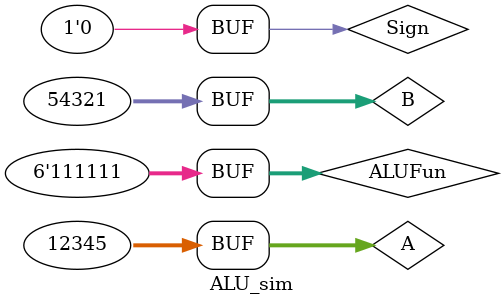
<source format=v>
`timescale 1ns/1ns

module ALU_sim;

reg [31:0] A;
reg [31:0] B;
reg [5:0] ALUFun;
reg Sign;
wire [31:0] S;

ALU ALU0(A,B,ALUFun,Sign,S);

initial begin
	A <= 32'b0;
	B <= 32'b0;
	ALUFun <= 6'b0;
	Sign <= 0;
	#100
	A <= 32'd12345;
	B <= 32'd54321;
	ALUFun <= 6'b0;
	Sign <= 0;	
	#100
	ALUFun <= 6'b000001;
	Sign <= 0;	
	#100
	ALUFun <= 6'b011000;
	Sign <= 0;		
	#100
	ALUFun <= 6'b011110;
	Sign <= 0;		
	#100
	ALUFun <= 6'b010110;
	Sign <= 0;		
	#100
	ALUFun <= 6'b010001;
	Sign <= 0;		
	#100
	ALUFun <= 6'b011010;
	Sign <= 0;		
	#100
	A <= 32'd4;
	ALUFun <= 6'b100000;
	Sign <= 0;
	#100
	ALUFun <= 6'b100001;
	Sign <= 0;		
	#100
	ALUFun <= 6'b100011;
	Sign <= 0;	
	#100
	A <= 32'd54321;
	ALUFun <= 6'b110011;
	Sign <= 0;		
	#100
	A <= 32'd12345;
	ALUFun <= 6'b110001;
	Sign <= 0;	
	#100
	ALUFun <= 6'b110101;
	Sign <= 0;		
	#100
	ALUFun <= 6'b111101;
	Sign <= 0;	
	#100
	ALUFun <= 6'b111011;
	Sign <= 0;	
	#100
	ALUFun <= 6'b111111;
	Sign <= 0;	
end

endmodule
</source>
